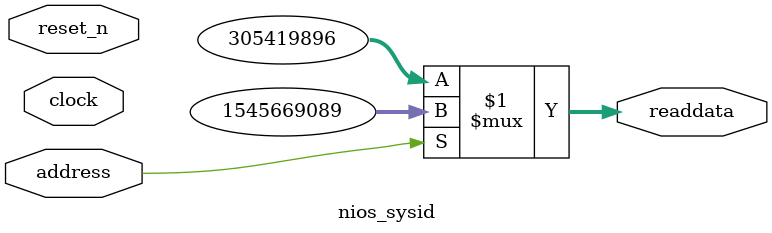
<source format=v>



// synthesis translate_off
`timescale 1ns / 1ps
// synthesis translate_on

// turn off superfluous verilog processor warnings 
// altera message_level Level1 
// altera message_off 10034 10035 10036 10037 10230 10240 10030 

module nios_sysid (
               // inputs:
                address,
                clock,
                reset_n,

               // outputs:
                readdata
             )
;

  output  [ 31: 0] readdata;
  input            address;
  input            clock;
  input            reset_n;

  wire    [ 31: 0] readdata;
  //control_slave, which is an e_avalon_slave
  assign readdata = address ? 1545669089 : 305419896;

endmodule



</source>
